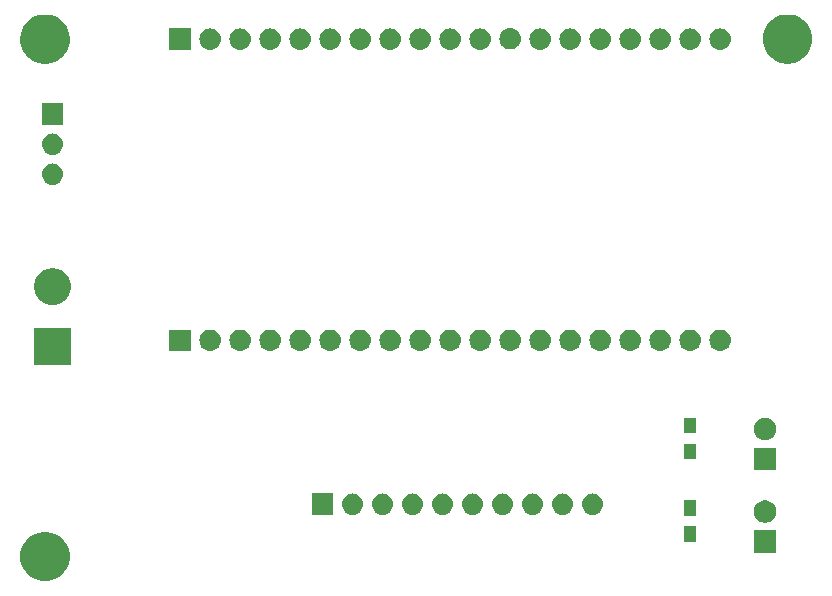
<source format=gbr>
G04 #@! TF.GenerationSoftware,KiCad,Pcbnew,(5.1.2)-2*
G04 #@! TF.CreationDate,2019-10-27T20:23:59-05:00*
G04 #@! TF.ProjectId,ESP_board,4553505f-626f-4617-9264-2e6b69636164,rev?*
G04 #@! TF.SameCoordinates,Original*
G04 #@! TF.FileFunction,Soldermask,Top*
G04 #@! TF.FilePolarity,Negative*
%FSLAX46Y46*%
G04 Gerber Fmt 4.6, Leading zero omitted, Abs format (unit mm)*
G04 Created by KiCad (PCBNEW (5.1.2)-2) date 2019-10-27 20:23:59*
%MOMM*%
%LPD*%
G04 APERTURE LIST*
%ADD10C,0.100000*%
G04 APERTURE END LIST*
D10*
G36*
X93317589Y-114837048D02*
G01*
X93696671Y-114994069D01*
X94037835Y-115222028D01*
X94327972Y-115512165D01*
X94555931Y-115853329D01*
X94712952Y-116232411D01*
X94793000Y-116634842D01*
X94793000Y-117045158D01*
X94712952Y-117447589D01*
X94555931Y-117826671D01*
X94327972Y-118167835D01*
X94037835Y-118457972D01*
X93696671Y-118685931D01*
X93317589Y-118842952D01*
X92915159Y-118923000D01*
X92504841Y-118923000D01*
X92102411Y-118842952D01*
X91723329Y-118685931D01*
X91382165Y-118457972D01*
X91092028Y-118167835D01*
X90864069Y-117826671D01*
X90707048Y-117447589D01*
X90627000Y-117045158D01*
X90627000Y-116634842D01*
X90707048Y-116232411D01*
X90864069Y-115853329D01*
X91092028Y-115512165D01*
X91382165Y-115222028D01*
X91723329Y-114994069D01*
X92102411Y-114837048D01*
X92504841Y-114757000D01*
X92915159Y-114757000D01*
X93317589Y-114837048D01*
X93317589Y-114837048D01*
G37*
G36*
X154621000Y-116521000D02*
G01*
X152719000Y-116521000D01*
X152719000Y-114619000D01*
X154621000Y-114619000D01*
X154621000Y-116521000D01*
X154621000Y-116521000D01*
G37*
G36*
X147821000Y-115586000D02*
G01*
X146819000Y-115586000D01*
X146819000Y-114284000D01*
X147821000Y-114284000D01*
X147821000Y-115586000D01*
X147821000Y-115586000D01*
G37*
G36*
X153947395Y-112115546D02*
G01*
X154120466Y-112187234D01*
X154120467Y-112187235D01*
X154276227Y-112291310D01*
X154408690Y-112423773D01*
X154408691Y-112423775D01*
X154512766Y-112579534D01*
X154584454Y-112752605D01*
X154621000Y-112936333D01*
X154621000Y-113123667D01*
X154584454Y-113307395D01*
X154512766Y-113480466D01*
X154512765Y-113480467D01*
X154408690Y-113636227D01*
X154276227Y-113768690D01*
X154197818Y-113821081D01*
X154120466Y-113872766D01*
X153947395Y-113944454D01*
X153763667Y-113981000D01*
X153576333Y-113981000D01*
X153392605Y-113944454D01*
X153219534Y-113872766D01*
X153142182Y-113821081D01*
X153063773Y-113768690D01*
X152931310Y-113636227D01*
X152827235Y-113480467D01*
X152827234Y-113480466D01*
X152755546Y-113307395D01*
X152719000Y-113123667D01*
X152719000Y-112936333D01*
X152755546Y-112752605D01*
X152827234Y-112579534D01*
X152931309Y-112423775D01*
X152931310Y-112423773D01*
X153063773Y-112291310D01*
X153219533Y-112187235D01*
X153219534Y-112187234D01*
X153392605Y-112115546D01*
X153576333Y-112079000D01*
X153763667Y-112079000D01*
X153947395Y-112115546D01*
X153947395Y-112115546D01*
G37*
G36*
X147821000Y-113386000D02*
G01*
X146819000Y-113386000D01*
X146819000Y-112084000D01*
X147821000Y-112084000D01*
X147821000Y-113386000D01*
X147821000Y-113386000D01*
G37*
G36*
X117106000Y-113296000D02*
G01*
X115304000Y-113296000D01*
X115304000Y-111494000D01*
X117106000Y-111494000D01*
X117106000Y-113296000D01*
X117106000Y-113296000D01*
G37*
G36*
X118855443Y-111500519D02*
G01*
X118921627Y-111507037D01*
X119091466Y-111558557D01*
X119247991Y-111642222D01*
X119283729Y-111671552D01*
X119385186Y-111754814D01*
X119468448Y-111856271D01*
X119497778Y-111892009D01*
X119581443Y-112048534D01*
X119632963Y-112218373D01*
X119650359Y-112395000D01*
X119632963Y-112571627D01*
X119581443Y-112741466D01*
X119497778Y-112897991D01*
X119468448Y-112933729D01*
X119385186Y-113035186D01*
X119283729Y-113118448D01*
X119247991Y-113147778D01*
X119091466Y-113231443D01*
X118921627Y-113282963D01*
X118855443Y-113289481D01*
X118789260Y-113296000D01*
X118700740Y-113296000D01*
X118634557Y-113289481D01*
X118568373Y-113282963D01*
X118398534Y-113231443D01*
X118242009Y-113147778D01*
X118206271Y-113118448D01*
X118104814Y-113035186D01*
X118021552Y-112933729D01*
X117992222Y-112897991D01*
X117908557Y-112741466D01*
X117857037Y-112571627D01*
X117839641Y-112395000D01*
X117857037Y-112218373D01*
X117908557Y-112048534D01*
X117992222Y-111892009D01*
X118021552Y-111856271D01*
X118104814Y-111754814D01*
X118206271Y-111671552D01*
X118242009Y-111642222D01*
X118398534Y-111558557D01*
X118568373Y-111507037D01*
X118634557Y-111500519D01*
X118700740Y-111494000D01*
X118789260Y-111494000D01*
X118855443Y-111500519D01*
X118855443Y-111500519D01*
G37*
G36*
X121395443Y-111500519D02*
G01*
X121461627Y-111507037D01*
X121631466Y-111558557D01*
X121787991Y-111642222D01*
X121823729Y-111671552D01*
X121925186Y-111754814D01*
X122008448Y-111856271D01*
X122037778Y-111892009D01*
X122121443Y-112048534D01*
X122172963Y-112218373D01*
X122190359Y-112395000D01*
X122172963Y-112571627D01*
X122121443Y-112741466D01*
X122037778Y-112897991D01*
X122008448Y-112933729D01*
X121925186Y-113035186D01*
X121823729Y-113118448D01*
X121787991Y-113147778D01*
X121631466Y-113231443D01*
X121461627Y-113282963D01*
X121395443Y-113289481D01*
X121329260Y-113296000D01*
X121240740Y-113296000D01*
X121174557Y-113289481D01*
X121108373Y-113282963D01*
X120938534Y-113231443D01*
X120782009Y-113147778D01*
X120746271Y-113118448D01*
X120644814Y-113035186D01*
X120561552Y-112933729D01*
X120532222Y-112897991D01*
X120448557Y-112741466D01*
X120397037Y-112571627D01*
X120379641Y-112395000D01*
X120397037Y-112218373D01*
X120448557Y-112048534D01*
X120532222Y-111892009D01*
X120561552Y-111856271D01*
X120644814Y-111754814D01*
X120746271Y-111671552D01*
X120782009Y-111642222D01*
X120938534Y-111558557D01*
X121108373Y-111507037D01*
X121174557Y-111500519D01*
X121240740Y-111494000D01*
X121329260Y-111494000D01*
X121395443Y-111500519D01*
X121395443Y-111500519D01*
G37*
G36*
X123935443Y-111500519D02*
G01*
X124001627Y-111507037D01*
X124171466Y-111558557D01*
X124327991Y-111642222D01*
X124363729Y-111671552D01*
X124465186Y-111754814D01*
X124548448Y-111856271D01*
X124577778Y-111892009D01*
X124661443Y-112048534D01*
X124712963Y-112218373D01*
X124730359Y-112395000D01*
X124712963Y-112571627D01*
X124661443Y-112741466D01*
X124577778Y-112897991D01*
X124548448Y-112933729D01*
X124465186Y-113035186D01*
X124363729Y-113118448D01*
X124327991Y-113147778D01*
X124171466Y-113231443D01*
X124001627Y-113282963D01*
X123935443Y-113289481D01*
X123869260Y-113296000D01*
X123780740Y-113296000D01*
X123714557Y-113289481D01*
X123648373Y-113282963D01*
X123478534Y-113231443D01*
X123322009Y-113147778D01*
X123286271Y-113118448D01*
X123184814Y-113035186D01*
X123101552Y-112933729D01*
X123072222Y-112897991D01*
X122988557Y-112741466D01*
X122937037Y-112571627D01*
X122919641Y-112395000D01*
X122937037Y-112218373D01*
X122988557Y-112048534D01*
X123072222Y-111892009D01*
X123101552Y-111856271D01*
X123184814Y-111754814D01*
X123286271Y-111671552D01*
X123322009Y-111642222D01*
X123478534Y-111558557D01*
X123648373Y-111507037D01*
X123714557Y-111500519D01*
X123780740Y-111494000D01*
X123869260Y-111494000D01*
X123935443Y-111500519D01*
X123935443Y-111500519D01*
G37*
G36*
X126475443Y-111500519D02*
G01*
X126541627Y-111507037D01*
X126711466Y-111558557D01*
X126867991Y-111642222D01*
X126903729Y-111671552D01*
X127005186Y-111754814D01*
X127088448Y-111856271D01*
X127117778Y-111892009D01*
X127201443Y-112048534D01*
X127252963Y-112218373D01*
X127270359Y-112395000D01*
X127252963Y-112571627D01*
X127201443Y-112741466D01*
X127117778Y-112897991D01*
X127088448Y-112933729D01*
X127005186Y-113035186D01*
X126903729Y-113118448D01*
X126867991Y-113147778D01*
X126711466Y-113231443D01*
X126541627Y-113282963D01*
X126475443Y-113289481D01*
X126409260Y-113296000D01*
X126320740Y-113296000D01*
X126254557Y-113289481D01*
X126188373Y-113282963D01*
X126018534Y-113231443D01*
X125862009Y-113147778D01*
X125826271Y-113118448D01*
X125724814Y-113035186D01*
X125641552Y-112933729D01*
X125612222Y-112897991D01*
X125528557Y-112741466D01*
X125477037Y-112571627D01*
X125459641Y-112395000D01*
X125477037Y-112218373D01*
X125528557Y-112048534D01*
X125612222Y-111892009D01*
X125641552Y-111856271D01*
X125724814Y-111754814D01*
X125826271Y-111671552D01*
X125862009Y-111642222D01*
X126018534Y-111558557D01*
X126188373Y-111507037D01*
X126254557Y-111500519D01*
X126320740Y-111494000D01*
X126409260Y-111494000D01*
X126475443Y-111500519D01*
X126475443Y-111500519D01*
G37*
G36*
X131555443Y-111500519D02*
G01*
X131621627Y-111507037D01*
X131791466Y-111558557D01*
X131947991Y-111642222D01*
X131983729Y-111671552D01*
X132085186Y-111754814D01*
X132168448Y-111856271D01*
X132197778Y-111892009D01*
X132281443Y-112048534D01*
X132332963Y-112218373D01*
X132350359Y-112395000D01*
X132332963Y-112571627D01*
X132281443Y-112741466D01*
X132197778Y-112897991D01*
X132168448Y-112933729D01*
X132085186Y-113035186D01*
X131983729Y-113118448D01*
X131947991Y-113147778D01*
X131791466Y-113231443D01*
X131621627Y-113282963D01*
X131555443Y-113289481D01*
X131489260Y-113296000D01*
X131400740Y-113296000D01*
X131334557Y-113289481D01*
X131268373Y-113282963D01*
X131098534Y-113231443D01*
X130942009Y-113147778D01*
X130906271Y-113118448D01*
X130804814Y-113035186D01*
X130721552Y-112933729D01*
X130692222Y-112897991D01*
X130608557Y-112741466D01*
X130557037Y-112571627D01*
X130539641Y-112395000D01*
X130557037Y-112218373D01*
X130608557Y-112048534D01*
X130692222Y-111892009D01*
X130721552Y-111856271D01*
X130804814Y-111754814D01*
X130906271Y-111671552D01*
X130942009Y-111642222D01*
X131098534Y-111558557D01*
X131268373Y-111507037D01*
X131334557Y-111500519D01*
X131400740Y-111494000D01*
X131489260Y-111494000D01*
X131555443Y-111500519D01*
X131555443Y-111500519D01*
G37*
G36*
X134095443Y-111500519D02*
G01*
X134161627Y-111507037D01*
X134331466Y-111558557D01*
X134487991Y-111642222D01*
X134523729Y-111671552D01*
X134625186Y-111754814D01*
X134708448Y-111856271D01*
X134737778Y-111892009D01*
X134821443Y-112048534D01*
X134872963Y-112218373D01*
X134890359Y-112395000D01*
X134872963Y-112571627D01*
X134821443Y-112741466D01*
X134737778Y-112897991D01*
X134708448Y-112933729D01*
X134625186Y-113035186D01*
X134523729Y-113118448D01*
X134487991Y-113147778D01*
X134331466Y-113231443D01*
X134161627Y-113282963D01*
X134095443Y-113289481D01*
X134029260Y-113296000D01*
X133940740Y-113296000D01*
X133874557Y-113289481D01*
X133808373Y-113282963D01*
X133638534Y-113231443D01*
X133482009Y-113147778D01*
X133446271Y-113118448D01*
X133344814Y-113035186D01*
X133261552Y-112933729D01*
X133232222Y-112897991D01*
X133148557Y-112741466D01*
X133097037Y-112571627D01*
X133079641Y-112395000D01*
X133097037Y-112218373D01*
X133148557Y-112048534D01*
X133232222Y-111892009D01*
X133261552Y-111856271D01*
X133344814Y-111754814D01*
X133446271Y-111671552D01*
X133482009Y-111642222D01*
X133638534Y-111558557D01*
X133808373Y-111507037D01*
X133874557Y-111500519D01*
X133940740Y-111494000D01*
X134029260Y-111494000D01*
X134095443Y-111500519D01*
X134095443Y-111500519D01*
G37*
G36*
X136635443Y-111500519D02*
G01*
X136701627Y-111507037D01*
X136871466Y-111558557D01*
X137027991Y-111642222D01*
X137063729Y-111671552D01*
X137165186Y-111754814D01*
X137248448Y-111856271D01*
X137277778Y-111892009D01*
X137361443Y-112048534D01*
X137412963Y-112218373D01*
X137430359Y-112395000D01*
X137412963Y-112571627D01*
X137361443Y-112741466D01*
X137277778Y-112897991D01*
X137248448Y-112933729D01*
X137165186Y-113035186D01*
X137063729Y-113118448D01*
X137027991Y-113147778D01*
X136871466Y-113231443D01*
X136701627Y-113282963D01*
X136635443Y-113289481D01*
X136569260Y-113296000D01*
X136480740Y-113296000D01*
X136414557Y-113289481D01*
X136348373Y-113282963D01*
X136178534Y-113231443D01*
X136022009Y-113147778D01*
X135986271Y-113118448D01*
X135884814Y-113035186D01*
X135801552Y-112933729D01*
X135772222Y-112897991D01*
X135688557Y-112741466D01*
X135637037Y-112571627D01*
X135619641Y-112395000D01*
X135637037Y-112218373D01*
X135688557Y-112048534D01*
X135772222Y-111892009D01*
X135801552Y-111856271D01*
X135884814Y-111754814D01*
X135986271Y-111671552D01*
X136022009Y-111642222D01*
X136178534Y-111558557D01*
X136348373Y-111507037D01*
X136414557Y-111500519D01*
X136480740Y-111494000D01*
X136569260Y-111494000D01*
X136635443Y-111500519D01*
X136635443Y-111500519D01*
G37*
G36*
X139175443Y-111500519D02*
G01*
X139241627Y-111507037D01*
X139411466Y-111558557D01*
X139567991Y-111642222D01*
X139603729Y-111671552D01*
X139705186Y-111754814D01*
X139788448Y-111856271D01*
X139817778Y-111892009D01*
X139901443Y-112048534D01*
X139952963Y-112218373D01*
X139970359Y-112395000D01*
X139952963Y-112571627D01*
X139901443Y-112741466D01*
X139817778Y-112897991D01*
X139788448Y-112933729D01*
X139705186Y-113035186D01*
X139603729Y-113118448D01*
X139567991Y-113147778D01*
X139411466Y-113231443D01*
X139241627Y-113282963D01*
X139175443Y-113289481D01*
X139109260Y-113296000D01*
X139020740Y-113296000D01*
X138954557Y-113289481D01*
X138888373Y-113282963D01*
X138718534Y-113231443D01*
X138562009Y-113147778D01*
X138526271Y-113118448D01*
X138424814Y-113035186D01*
X138341552Y-112933729D01*
X138312222Y-112897991D01*
X138228557Y-112741466D01*
X138177037Y-112571627D01*
X138159641Y-112395000D01*
X138177037Y-112218373D01*
X138228557Y-112048534D01*
X138312222Y-111892009D01*
X138341552Y-111856271D01*
X138424814Y-111754814D01*
X138526271Y-111671552D01*
X138562009Y-111642222D01*
X138718534Y-111558557D01*
X138888373Y-111507037D01*
X138954557Y-111500519D01*
X139020740Y-111494000D01*
X139109260Y-111494000D01*
X139175443Y-111500519D01*
X139175443Y-111500519D01*
G37*
G36*
X129015443Y-111500519D02*
G01*
X129081627Y-111507037D01*
X129251466Y-111558557D01*
X129407991Y-111642222D01*
X129443729Y-111671552D01*
X129545186Y-111754814D01*
X129628448Y-111856271D01*
X129657778Y-111892009D01*
X129741443Y-112048534D01*
X129792963Y-112218373D01*
X129810359Y-112395000D01*
X129792963Y-112571627D01*
X129741443Y-112741466D01*
X129657778Y-112897991D01*
X129628448Y-112933729D01*
X129545186Y-113035186D01*
X129443729Y-113118448D01*
X129407991Y-113147778D01*
X129251466Y-113231443D01*
X129081627Y-113282963D01*
X129015443Y-113289481D01*
X128949260Y-113296000D01*
X128860740Y-113296000D01*
X128794557Y-113289481D01*
X128728373Y-113282963D01*
X128558534Y-113231443D01*
X128402009Y-113147778D01*
X128366271Y-113118448D01*
X128264814Y-113035186D01*
X128181552Y-112933729D01*
X128152222Y-112897991D01*
X128068557Y-112741466D01*
X128017037Y-112571627D01*
X127999641Y-112395000D01*
X128017037Y-112218373D01*
X128068557Y-112048534D01*
X128152222Y-111892009D01*
X128181552Y-111856271D01*
X128264814Y-111754814D01*
X128366271Y-111671552D01*
X128402009Y-111642222D01*
X128558534Y-111558557D01*
X128728373Y-111507037D01*
X128794557Y-111500519D01*
X128860740Y-111494000D01*
X128949260Y-111494000D01*
X129015443Y-111500519D01*
X129015443Y-111500519D01*
G37*
G36*
X154621000Y-109536000D02*
G01*
X152719000Y-109536000D01*
X152719000Y-107634000D01*
X154621000Y-107634000D01*
X154621000Y-109536000D01*
X154621000Y-109536000D01*
G37*
G36*
X147821000Y-108601000D02*
G01*
X146819000Y-108601000D01*
X146819000Y-107299000D01*
X147821000Y-107299000D01*
X147821000Y-108601000D01*
X147821000Y-108601000D01*
G37*
G36*
X153947395Y-105130546D02*
G01*
X154120466Y-105202234D01*
X154120467Y-105202235D01*
X154276227Y-105306310D01*
X154408690Y-105438773D01*
X154408691Y-105438775D01*
X154512766Y-105594534D01*
X154584454Y-105767605D01*
X154621000Y-105951333D01*
X154621000Y-106138667D01*
X154584454Y-106322395D01*
X154512766Y-106495466D01*
X154512765Y-106495467D01*
X154408690Y-106651227D01*
X154276227Y-106783690D01*
X154197818Y-106836081D01*
X154120466Y-106887766D01*
X153947395Y-106959454D01*
X153763667Y-106996000D01*
X153576333Y-106996000D01*
X153392605Y-106959454D01*
X153219534Y-106887766D01*
X153142182Y-106836081D01*
X153063773Y-106783690D01*
X152931310Y-106651227D01*
X152827235Y-106495467D01*
X152827234Y-106495466D01*
X152755546Y-106322395D01*
X152719000Y-106138667D01*
X152719000Y-105951333D01*
X152755546Y-105767605D01*
X152827234Y-105594534D01*
X152931309Y-105438775D01*
X152931310Y-105438773D01*
X153063773Y-105306310D01*
X153219533Y-105202235D01*
X153219534Y-105202234D01*
X153392605Y-105130546D01*
X153576333Y-105094000D01*
X153763667Y-105094000D01*
X153947395Y-105130546D01*
X153947395Y-105130546D01*
G37*
G36*
X147821000Y-106401000D02*
G01*
X146819000Y-106401000D01*
X146819000Y-105099000D01*
X147821000Y-105099000D01*
X147821000Y-106401000D01*
X147821000Y-106401000D01*
G37*
G36*
X94896000Y-100611000D02*
G01*
X91794000Y-100611000D01*
X91794000Y-97509000D01*
X94896000Y-97509000D01*
X94896000Y-100611000D01*
X94896000Y-100611000D01*
G37*
G36*
X149970442Y-97625518D02*
G01*
X150036627Y-97632037D01*
X150206466Y-97683557D01*
X150362991Y-97767222D01*
X150398729Y-97796552D01*
X150500186Y-97879814D01*
X150583448Y-97981271D01*
X150612778Y-98017009D01*
X150696443Y-98173534D01*
X150747963Y-98343373D01*
X150765359Y-98520000D01*
X150747963Y-98696627D01*
X150696443Y-98866466D01*
X150612778Y-99022991D01*
X150583448Y-99058729D01*
X150500186Y-99160186D01*
X150398729Y-99243448D01*
X150362991Y-99272778D01*
X150206466Y-99356443D01*
X150036627Y-99407963D01*
X149970443Y-99414481D01*
X149904260Y-99421000D01*
X149815740Y-99421000D01*
X149749558Y-99414482D01*
X149683373Y-99407963D01*
X149513534Y-99356443D01*
X149357009Y-99272778D01*
X149321271Y-99243448D01*
X149219814Y-99160186D01*
X149136552Y-99058729D01*
X149107222Y-99022991D01*
X149023557Y-98866466D01*
X148972037Y-98696627D01*
X148954641Y-98520000D01*
X148972037Y-98343373D01*
X149023557Y-98173534D01*
X149107222Y-98017009D01*
X149136552Y-97981271D01*
X149219814Y-97879814D01*
X149321271Y-97796552D01*
X149357009Y-97767222D01*
X149513534Y-97683557D01*
X149683373Y-97632037D01*
X149749558Y-97625518D01*
X149815740Y-97619000D01*
X149904260Y-97619000D01*
X149970442Y-97625518D01*
X149970442Y-97625518D01*
G37*
G36*
X132190442Y-97625518D02*
G01*
X132256627Y-97632037D01*
X132426466Y-97683557D01*
X132582991Y-97767222D01*
X132618729Y-97796552D01*
X132720186Y-97879814D01*
X132803448Y-97981271D01*
X132832778Y-98017009D01*
X132916443Y-98173534D01*
X132967963Y-98343373D01*
X132985359Y-98520000D01*
X132967963Y-98696627D01*
X132916443Y-98866466D01*
X132832778Y-99022991D01*
X132803448Y-99058729D01*
X132720186Y-99160186D01*
X132618729Y-99243448D01*
X132582991Y-99272778D01*
X132426466Y-99356443D01*
X132256627Y-99407963D01*
X132190443Y-99414481D01*
X132124260Y-99421000D01*
X132035740Y-99421000D01*
X131969558Y-99414482D01*
X131903373Y-99407963D01*
X131733534Y-99356443D01*
X131577009Y-99272778D01*
X131541271Y-99243448D01*
X131439814Y-99160186D01*
X131356552Y-99058729D01*
X131327222Y-99022991D01*
X131243557Y-98866466D01*
X131192037Y-98696627D01*
X131174641Y-98520000D01*
X131192037Y-98343373D01*
X131243557Y-98173534D01*
X131327222Y-98017009D01*
X131356552Y-97981271D01*
X131439814Y-97879814D01*
X131541271Y-97796552D01*
X131577009Y-97767222D01*
X131733534Y-97683557D01*
X131903373Y-97632037D01*
X131969558Y-97625518D01*
X132035740Y-97619000D01*
X132124260Y-97619000D01*
X132190442Y-97625518D01*
X132190442Y-97625518D01*
G37*
G36*
X134730442Y-97625518D02*
G01*
X134796627Y-97632037D01*
X134966466Y-97683557D01*
X135122991Y-97767222D01*
X135158729Y-97796552D01*
X135260186Y-97879814D01*
X135343448Y-97981271D01*
X135372778Y-98017009D01*
X135456443Y-98173534D01*
X135507963Y-98343373D01*
X135525359Y-98520000D01*
X135507963Y-98696627D01*
X135456443Y-98866466D01*
X135372778Y-99022991D01*
X135343448Y-99058729D01*
X135260186Y-99160186D01*
X135158729Y-99243448D01*
X135122991Y-99272778D01*
X134966466Y-99356443D01*
X134796627Y-99407963D01*
X134730443Y-99414481D01*
X134664260Y-99421000D01*
X134575740Y-99421000D01*
X134509558Y-99414482D01*
X134443373Y-99407963D01*
X134273534Y-99356443D01*
X134117009Y-99272778D01*
X134081271Y-99243448D01*
X133979814Y-99160186D01*
X133896552Y-99058729D01*
X133867222Y-99022991D01*
X133783557Y-98866466D01*
X133732037Y-98696627D01*
X133714641Y-98520000D01*
X133732037Y-98343373D01*
X133783557Y-98173534D01*
X133867222Y-98017009D01*
X133896552Y-97981271D01*
X133979814Y-97879814D01*
X134081271Y-97796552D01*
X134117009Y-97767222D01*
X134273534Y-97683557D01*
X134443373Y-97632037D01*
X134509558Y-97625518D01*
X134575740Y-97619000D01*
X134664260Y-97619000D01*
X134730442Y-97625518D01*
X134730442Y-97625518D01*
G37*
G36*
X137270442Y-97625518D02*
G01*
X137336627Y-97632037D01*
X137506466Y-97683557D01*
X137662991Y-97767222D01*
X137698729Y-97796552D01*
X137800186Y-97879814D01*
X137883448Y-97981271D01*
X137912778Y-98017009D01*
X137996443Y-98173534D01*
X138047963Y-98343373D01*
X138065359Y-98520000D01*
X138047963Y-98696627D01*
X137996443Y-98866466D01*
X137912778Y-99022991D01*
X137883448Y-99058729D01*
X137800186Y-99160186D01*
X137698729Y-99243448D01*
X137662991Y-99272778D01*
X137506466Y-99356443D01*
X137336627Y-99407963D01*
X137270443Y-99414481D01*
X137204260Y-99421000D01*
X137115740Y-99421000D01*
X137049558Y-99414482D01*
X136983373Y-99407963D01*
X136813534Y-99356443D01*
X136657009Y-99272778D01*
X136621271Y-99243448D01*
X136519814Y-99160186D01*
X136436552Y-99058729D01*
X136407222Y-99022991D01*
X136323557Y-98866466D01*
X136272037Y-98696627D01*
X136254641Y-98520000D01*
X136272037Y-98343373D01*
X136323557Y-98173534D01*
X136407222Y-98017009D01*
X136436552Y-97981271D01*
X136519814Y-97879814D01*
X136621271Y-97796552D01*
X136657009Y-97767222D01*
X136813534Y-97683557D01*
X136983373Y-97632037D01*
X137049558Y-97625518D01*
X137115740Y-97619000D01*
X137204260Y-97619000D01*
X137270442Y-97625518D01*
X137270442Y-97625518D01*
G37*
G36*
X142350442Y-97625518D02*
G01*
X142416627Y-97632037D01*
X142586466Y-97683557D01*
X142742991Y-97767222D01*
X142778729Y-97796552D01*
X142880186Y-97879814D01*
X142963448Y-97981271D01*
X142992778Y-98017009D01*
X143076443Y-98173534D01*
X143127963Y-98343373D01*
X143145359Y-98520000D01*
X143127963Y-98696627D01*
X143076443Y-98866466D01*
X142992778Y-99022991D01*
X142963448Y-99058729D01*
X142880186Y-99160186D01*
X142778729Y-99243448D01*
X142742991Y-99272778D01*
X142586466Y-99356443D01*
X142416627Y-99407963D01*
X142350443Y-99414481D01*
X142284260Y-99421000D01*
X142195740Y-99421000D01*
X142129558Y-99414482D01*
X142063373Y-99407963D01*
X141893534Y-99356443D01*
X141737009Y-99272778D01*
X141701271Y-99243448D01*
X141599814Y-99160186D01*
X141516552Y-99058729D01*
X141487222Y-99022991D01*
X141403557Y-98866466D01*
X141352037Y-98696627D01*
X141334641Y-98520000D01*
X141352037Y-98343373D01*
X141403557Y-98173534D01*
X141487222Y-98017009D01*
X141516552Y-97981271D01*
X141599814Y-97879814D01*
X141701271Y-97796552D01*
X141737009Y-97767222D01*
X141893534Y-97683557D01*
X142063373Y-97632037D01*
X142129558Y-97625518D01*
X142195740Y-97619000D01*
X142284260Y-97619000D01*
X142350442Y-97625518D01*
X142350442Y-97625518D01*
G37*
G36*
X144890442Y-97625518D02*
G01*
X144956627Y-97632037D01*
X145126466Y-97683557D01*
X145282991Y-97767222D01*
X145318729Y-97796552D01*
X145420186Y-97879814D01*
X145503448Y-97981271D01*
X145532778Y-98017009D01*
X145616443Y-98173534D01*
X145667963Y-98343373D01*
X145685359Y-98520000D01*
X145667963Y-98696627D01*
X145616443Y-98866466D01*
X145532778Y-99022991D01*
X145503448Y-99058729D01*
X145420186Y-99160186D01*
X145318729Y-99243448D01*
X145282991Y-99272778D01*
X145126466Y-99356443D01*
X144956627Y-99407963D01*
X144890443Y-99414481D01*
X144824260Y-99421000D01*
X144735740Y-99421000D01*
X144669558Y-99414482D01*
X144603373Y-99407963D01*
X144433534Y-99356443D01*
X144277009Y-99272778D01*
X144241271Y-99243448D01*
X144139814Y-99160186D01*
X144056552Y-99058729D01*
X144027222Y-99022991D01*
X143943557Y-98866466D01*
X143892037Y-98696627D01*
X143874641Y-98520000D01*
X143892037Y-98343373D01*
X143943557Y-98173534D01*
X144027222Y-98017009D01*
X144056552Y-97981271D01*
X144139814Y-97879814D01*
X144241271Y-97796552D01*
X144277009Y-97767222D01*
X144433534Y-97683557D01*
X144603373Y-97632037D01*
X144669558Y-97625518D01*
X144735740Y-97619000D01*
X144824260Y-97619000D01*
X144890442Y-97625518D01*
X144890442Y-97625518D01*
G37*
G36*
X147430442Y-97625518D02*
G01*
X147496627Y-97632037D01*
X147666466Y-97683557D01*
X147822991Y-97767222D01*
X147858729Y-97796552D01*
X147960186Y-97879814D01*
X148043448Y-97981271D01*
X148072778Y-98017009D01*
X148156443Y-98173534D01*
X148207963Y-98343373D01*
X148225359Y-98520000D01*
X148207963Y-98696627D01*
X148156443Y-98866466D01*
X148072778Y-99022991D01*
X148043448Y-99058729D01*
X147960186Y-99160186D01*
X147858729Y-99243448D01*
X147822991Y-99272778D01*
X147666466Y-99356443D01*
X147496627Y-99407963D01*
X147430443Y-99414481D01*
X147364260Y-99421000D01*
X147275740Y-99421000D01*
X147209558Y-99414482D01*
X147143373Y-99407963D01*
X146973534Y-99356443D01*
X146817009Y-99272778D01*
X146781271Y-99243448D01*
X146679814Y-99160186D01*
X146596552Y-99058729D01*
X146567222Y-99022991D01*
X146483557Y-98866466D01*
X146432037Y-98696627D01*
X146414641Y-98520000D01*
X146432037Y-98343373D01*
X146483557Y-98173534D01*
X146567222Y-98017009D01*
X146596552Y-97981271D01*
X146679814Y-97879814D01*
X146781271Y-97796552D01*
X146817009Y-97767222D01*
X146973534Y-97683557D01*
X147143373Y-97632037D01*
X147209558Y-97625518D01*
X147275740Y-97619000D01*
X147364260Y-97619000D01*
X147430442Y-97625518D01*
X147430442Y-97625518D01*
G37*
G36*
X105041000Y-99421000D02*
G01*
X103239000Y-99421000D01*
X103239000Y-97619000D01*
X105041000Y-97619000D01*
X105041000Y-99421000D01*
X105041000Y-99421000D01*
G37*
G36*
X106790442Y-97625518D02*
G01*
X106856627Y-97632037D01*
X107026466Y-97683557D01*
X107182991Y-97767222D01*
X107218729Y-97796552D01*
X107320186Y-97879814D01*
X107403448Y-97981271D01*
X107432778Y-98017009D01*
X107516443Y-98173534D01*
X107567963Y-98343373D01*
X107585359Y-98520000D01*
X107567963Y-98696627D01*
X107516443Y-98866466D01*
X107432778Y-99022991D01*
X107403448Y-99058729D01*
X107320186Y-99160186D01*
X107218729Y-99243448D01*
X107182991Y-99272778D01*
X107026466Y-99356443D01*
X106856627Y-99407963D01*
X106790443Y-99414481D01*
X106724260Y-99421000D01*
X106635740Y-99421000D01*
X106569558Y-99414482D01*
X106503373Y-99407963D01*
X106333534Y-99356443D01*
X106177009Y-99272778D01*
X106141271Y-99243448D01*
X106039814Y-99160186D01*
X105956552Y-99058729D01*
X105927222Y-99022991D01*
X105843557Y-98866466D01*
X105792037Y-98696627D01*
X105774641Y-98520000D01*
X105792037Y-98343373D01*
X105843557Y-98173534D01*
X105927222Y-98017009D01*
X105956552Y-97981271D01*
X106039814Y-97879814D01*
X106141271Y-97796552D01*
X106177009Y-97767222D01*
X106333534Y-97683557D01*
X106503373Y-97632037D01*
X106569558Y-97625518D01*
X106635740Y-97619000D01*
X106724260Y-97619000D01*
X106790442Y-97625518D01*
X106790442Y-97625518D01*
G37*
G36*
X111870442Y-97625518D02*
G01*
X111936627Y-97632037D01*
X112106466Y-97683557D01*
X112262991Y-97767222D01*
X112298729Y-97796552D01*
X112400186Y-97879814D01*
X112483448Y-97981271D01*
X112512778Y-98017009D01*
X112596443Y-98173534D01*
X112647963Y-98343373D01*
X112665359Y-98520000D01*
X112647963Y-98696627D01*
X112596443Y-98866466D01*
X112512778Y-99022991D01*
X112483448Y-99058729D01*
X112400186Y-99160186D01*
X112298729Y-99243448D01*
X112262991Y-99272778D01*
X112106466Y-99356443D01*
X111936627Y-99407963D01*
X111870443Y-99414481D01*
X111804260Y-99421000D01*
X111715740Y-99421000D01*
X111649558Y-99414482D01*
X111583373Y-99407963D01*
X111413534Y-99356443D01*
X111257009Y-99272778D01*
X111221271Y-99243448D01*
X111119814Y-99160186D01*
X111036552Y-99058729D01*
X111007222Y-99022991D01*
X110923557Y-98866466D01*
X110872037Y-98696627D01*
X110854641Y-98520000D01*
X110872037Y-98343373D01*
X110923557Y-98173534D01*
X111007222Y-98017009D01*
X111036552Y-97981271D01*
X111119814Y-97879814D01*
X111221271Y-97796552D01*
X111257009Y-97767222D01*
X111413534Y-97683557D01*
X111583373Y-97632037D01*
X111649558Y-97625518D01*
X111715740Y-97619000D01*
X111804260Y-97619000D01*
X111870442Y-97625518D01*
X111870442Y-97625518D01*
G37*
G36*
X114410442Y-97625518D02*
G01*
X114476627Y-97632037D01*
X114646466Y-97683557D01*
X114802991Y-97767222D01*
X114838729Y-97796552D01*
X114940186Y-97879814D01*
X115023448Y-97981271D01*
X115052778Y-98017009D01*
X115136443Y-98173534D01*
X115187963Y-98343373D01*
X115205359Y-98520000D01*
X115187963Y-98696627D01*
X115136443Y-98866466D01*
X115052778Y-99022991D01*
X115023448Y-99058729D01*
X114940186Y-99160186D01*
X114838729Y-99243448D01*
X114802991Y-99272778D01*
X114646466Y-99356443D01*
X114476627Y-99407963D01*
X114410443Y-99414481D01*
X114344260Y-99421000D01*
X114255740Y-99421000D01*
X114189558Y-99414482D01*
X114123373Y-99407963D01*
X113953534Y-99356443D01*
X113797009Y-99272778D01*
X113761271Y-99243448D01*
X113659814Y-99160186D01*
X113576552Y-99058729D01*
X113547222Y-99022991D01*
X113463557Y-98866466D01*
X113412037Y-98696627D01*
X113394641Y-98520000D01*
X113412037Y-98343373D01*
X113463557Y-98173534D01*
X113547222Y-98017009D01*
X113576552Y-97981271D01*
X113659814Y-97879814D01*
X113761271Y-97796552D01*
X113797009Y-97767222D01*
X113953534Y-97683557D01*
X114123373Y-97632037D01*
X114189558Y-97625518D01*
X114255740Y-97619000D01*
X114344260Y-97619000D01*
X114410442Y-97625518D01*
X114410442Y-97625518D01*
G37*
G36*
X116950442Y-97625518D02*
G01*
X117016627Y-97632037D01*
X117186466Y-97683557D01*
X117342991Y-97767222D01*
X117378729Y-97796552D01*
X117480186Y-97879814D01*
X117563448Y-97981271D01*
X117592778Y-98017009D01*
X117676443Y-98173534D01*
X117727963Y-98343373D01*
X117745359Y-98520000D01*
X117727963Y-98696627D01*
X117676443Y-98866466D01*
X117592778Y-99022991D01*
X117563448Y-99058729D01*
X117480186Y-99160186D01*
X117378729Y-99243448D01*
X117342991Y-99272778D01*
X117186466Y-99356443D01*
X117016627Y-99407963D01*
X116950443Y-99414481D01*
X116884260Y-99421000D01*
X116795740Y-99421000D01*
X116729558Y-99414482D01*
X116663373Y-99407963D01*
X116493534Y-99356443D01*
X116337009Y-99272778D01*
X116301271Y-99243448D01*
X116199814Y-99160186D01*
X116116552Y-99058729D01*
X116087222Y-99022991D01*
X116003557Y-98866466D01*
X115952037Y-98696627D01*
X115934641Y-98520000D01*
X115952037Y-98343373D01*
X116003557Y-98173534D01*
X116087222Y-98017009D01*
X116116552Y-97981271D01*
X116199814Y-97879814D01*
X116301271Y-97796552D01*
X116337009Y-97767222D01*
X116493534Y-97683557D01*
X116663373Y-97632037D01*
X116729558Y-97625518D01*
X116795740Y-97619000D01*
X116884260Y-97619000D01*
X116950442Y-97625518D01*
X116950442Y-97625518D01*
G37*
G36*
X119490442Y-97625518D02*
G01*
X119556627Y-97632037D01*
X119726466Y-97683557D01*
X119882991Y-97767222D01*
X119918729Y-97796552D01*
X120020186Y-97879814D01*
X120103448Y-97981271D01*
X120132778Y-98017009D01*
X120216443Y-98173534D01*
X120267963Y-98343373D01*
X120285359Y-98520000D01*
X120267963Y-98696627D01*
X120216443Y-98866466D01*
X120132778Y-99022991D01*
X120103448Y-99058729D01*
X120020186Y-99160186D01*
X119918729Y-99243448D01*
X119882991Y-99272778D01*
X119726466Y-99356443D01*
X119556627Y-99407963D01*
X119490443Y-99414481D01*
X119424260Y-99421000D01*
X119335740Y-99421000D01*
X119269558Y-99414482D01*
X119203373Y-99407963D01*
X119033534Y-99356443D01*
X118877009Y-99272778D01*
X118841271Y-99243448D01*
X118739814Y-99160186D01*
X118656552Y-99058729D01*
X118627222Y-99022991D01*
X118543557Y-98866466D01*
X118492037Y-98696627D01*
X118474641Y-98520000D01*
X118492037Y-98343373D01*
X118543557Y-98173534D01*
X118627222Y-98017009D01*
X118656552Y-97981271D01*
X118739814Y-97879814D01*
X118841271Y-97796552D01*
X118877009Y-97767222D01*
X119033534Y-97683557D01*
X119203373Y-97632037D01*
X119269558Y-97625518D01*
X119335740Y-97619000D01*
X119424260Y-97619000D01*
X119490442Y-97625518D01*
X119490442Y-97625518D01*
G37*
G36*
X129650442Y-97625518D02*
G01*
X129716627Y-97632037D01*
X129886466Y-97683557D01*
X130042991Y-97767222D01*
X130078729Y-97796552D01*
X130180186Y-97879814D01*
X130263448Y-97981271D01*
X130292778Y-98017009D01*
X130376443Y-98173534D01*
X130427963Y-98343373D01*
X130445359Y-98520000D01*
X130427963Y-98696627D01*
X130376443Y-98866466D01*
X130292778Y-99022991D01*
X130263448Y-99058729D01*
X130180186Y-99160186D01*
X130078729Y-99243448D01*
X130042991Y-99272778D01*
X129886466Y-99356443D01*
X129716627Y-99407963D01*
X129650443Y-99414481D01*
X129584260Y-99421000D01*
X129495740Y-99421000D01*
X129429558Y-99414482D01*
X129363373Y-99407963D01*
X129193534Y-99356443D01*
X129037009Y-99272778D01*
X129001271Y-99243448D01*
X128899814Y-99160186D01*
X128816552Y-99058729D01*
X128787222Y-99022991D01*
X128703557Y-98866466D01*
X128652037Y-98696627D01*
X128634641Y-98520000D01*
X128652037Y-98343373D01*
X128703557Y-98173534D01*
X128787222Y-98017009D01*
X128816552Y-97981271D01*
X128899814Y-97879814D01*
X129001271Y-97796552D01*
X129037009Y-97767222D01*
X129193534Y-97683557D01*
X129363373Y-97632037D01*
X129429558Y-97625518D01*
X129495740Y-97619000D01*
X129584260Y-97619000D01*
X129650442Y-97625518D01*
X129650442Y-97625518D01*
G37*
G36*
X122030442Y-97625518D02*
G01*
X122096627Y-97632037D01*
X122266466Y-97683557D01*
X122422991Y-97767222D01*
X122458729Y-97796552D01*
X122560186Y-97879814D01*
X122643448Y-97981271D01*
X122672778Y-98017009D01*
X122756443Y-98173534D01*
X122807963Y-98343373D01*
X122825359Y-98520000D01*
X122807963Y-98696627D01*
X122756443Y-98866466D01*
X122672778Y-99022991D01*
X122643448Y-99058729D01*
X122560186Y-99160186D01*
X122458729Y-99243448D01*
X122422991Y-99272778D01*
X122266466Y-99356443D01*
X122096627Y-99407963D01*
X122030443Y-99414481D01*
X121964260Y-99421000D01*
X121875740Y-99421000D01*
X121809558Y-99414482D01*
X121743373Y-99407963D01*
X121573534Y-99356443D01*
X121417009Y-99272778D01*
X121381271Y-99243448D01*
X121279814Y-99160186D01*
X121196552Y-99058729D01*
X121167222Y-99022991D01*
X121083557Y-98866466D01*
X121032037Y-98696627D01*
X121014641Y-98520000D01*
X121032037Y-98343373D01*
X121083557Y-98173534D01*
X121167222Y-98017009D01*
X121196552Y-97981271D01*
X121279814Y-97879814D01*
X121381271Y-97796552D01*
X121417009Y-97767222D01*
X121573534Y-97683557D01*
X121743373Y-97632037D01*
X121809558Y-97625518D01*
X121875740Y-97619000D01*
X121964260Y-97619000D01*
X122030442Y-97625518D01*
X122030442Y-97625518D01*
G37*
G36*
X124570442Y-97625518D02*
G01*
X124636627Y-97632037D01*
X124806466Y-97683557D01*
X124962991Y-97767222D01*
X124998729Y-97796552D01*
X125100186Y-97879814D01*
X125183448Y-97981271D01*
X125212778Y-98017009D01*
X125296443Y-98173534D01*
X125347963Y-98343373D01*
X125365359Y-98520000D01*
X125347963Y-98696627D01*
X125296443Y-98866466D01*
X125212778Y-99022991D01*
X125183448Y-99058729D01*
X125100186Y-99160186D01*
X124998729Y-99243448D01*
X124962991Y-99272778D01*
X124806466Y-99356443D01*
X124636627Y-99407963D01*
X124570443Y-99414481D01*
X124504260Y-99421000D01*
X124415740Y-99421000D01*
X124349558Y-99414482D01*
X124283373Y-99407963D01*
X124113534Y-99356443D01*
X123957009Y-99272778D01*
X123921271Y-99243448D01*
X123819814Y-99160186D01*
X123736552Y-99058729D01*
X123707222Y-99022991D01*
X123623557Y-98866466D01*
X123572037Y-98696627D01*
X123554641Y-98520000D01*
X123572037Y-98343373D01*
X123623557Y-98173534D01*
X123707222Y-98017009D01*
X123736552Y-97981271D01*
X123819814Y-97879814D01*
X123921271Y-97796552D01*
X123957009Y-97767222D01*
X124113534Y-97683557D01*
X124283373Y-97632037D01*
X124349558Y-97625518D01*
X124415740Y-97619000D01*
X124504260Y-97619000D01*
X124570442Y-97625518D01*
X124570442Y-97625518D01*
G37*
G36*
X127110442Y-97625518D02*
G01*
X127176627Y-97632037D01*
X127346466Y-97683557D01*
X127502991Y-97767222D01*
X127538729Y-97796552D01*
X127640186Y-97879814D01*
X127723448Y-97981271D01*
X127752778Y-98017009D01*
X127836443Y-98173534D01*
X127887963Y-98343373D01*
X127905359Y-98520000D01*
X127887963Y-98696627D01*
X127836443Y-98866466D01*
X127752778Y-99022991D01*
X127723448Y-99058729D01*
X127640186Y-99160186D01*
X127538729Y-99243448D01*
X127502991Y-99272778D01*
X127346466Y-99356443D01*
X127176627Y-99407963D01*
X127110443Y-99414481D01*
X127044260Y-99421000D01*
X126955740Y-99421000D01*
X126889558Y-99414482D01*
X126823373Y-99407963D01*
X126653534Y-99356443D01*
X126497009Y-99272778D01*
X126461271Y-99243448D01*
X126359814Y-99160186D01*
X126276552Y-99058729D01*
X126247222Y-99022991D01*
X126163557Y-98866466D01*
X126112037Y-98696627D01*
X126094641Y-98520000D01*
X126112037Y-98343373D01*
X126163557Y-98173534D01*
X126247222Y-98017009D01*
X126276552Y-97981271D01*
X126359814Y-97879814D01*
X126461271Y-97796552D01*
X126497009Y-97767222D01*
X126653534Y-97683557D01*
X126823373Y-97632037D01*
X126889558Y-97625518D01*
X126955740Y-97619000D01*
X127044260Y-97619000D01*
X127110442Y-97625518D01*
X127110442Y-97625518D01*
G37*
G36*
X139810442Y-97625518D02*
G01*
X139876627Y-97632037D01*
X140046466Y-97683557D01*
X140202991Y-97767222D01*
X140238729Y-97796552D01*
X140340186Y-97879814D01*
X140423448Y-97981271D01*
X140452778Y-98017009D01*
X140536443Y-98173534D01*
X140587963Y-98343373D01*
X140605359Y-98520000D01*
X140587963Y-98696627D01*
X140536443Y-98866466D01*
X140452778Y-99022991D01*
X140423448Y-99058729D01*
X140340186Y-99160186D01*
X140238729Y-99243448D01*
X140202991Y-99272778D01*
X140046466Y-99356443D01*
X139876627Y-99407963D01*
X139810443Y-99414481D01*
X139744260Y-99421000D01*
X139655740Y-99421000D01*
X139589558Y-99414482D01*
X139523373Y-99407963D01*
X139353534Y-99356443D01*
X139197009Y-99272778D01*
X139161271Y-99243448D01*
X139059814Y-99160186D01*
X138976552Y-99058729D01*
X138947222Y-99022991D01*
X138863557Y-98866466D01*
X138812037Y-98696627D01*
X138794641Y-98520000D01*
X138812037Y-98343373D01*
X138863557Y-98173534D01*
X138947222Y-98017009D01*
X138976552Y-97981271D01*
X139059814Y-97879814D01*
X139161271Y-97796552D01*
X139197009Y-97767222D01*
X139353534Y-97683557D01*
X139523373Y-97632037D01*
X139589558Y-97625518D01*
X139655740Y-97619000D01*
X139744260Y-97619000D01*
X139810442Y-97625518D01*
X139810442Y-97625518D01*
G37*
G36*
X109330442Y-97625518D02*
G01*
X109396627Y-97632037D01*
X109566466Y-97683557D01*
X109722991Y-97767222D01*
X109758729Y-97796552D01*
X109860186Y-97879814D01*
X109943448Y-97981271D01*
X109972778Y-98017009D01*
X110056443Y-98173534D01*
X110107963Y-98343373D01*
X110125359Y-98520000D01*
X110107963Y-98696627D01*
X110056443Y-98866466D01*
X109972778Y-99022991D01*
X109943448Y-99058729D01*
X109860186Y-99160186D01*
X109758729Y-99243448D01*
X109722991Y-99272778D01*
X109566466Y-99356443D01*
X109396627Y-99407963D01*
X109330443Y-99414481D01*
X109264260Y-99421000D01*
X109175740Y-99421000D01*
X109109558Y-99414482D01*
X109043373Y-99407963D01*
X108873534Y-99356443D01*
X108717009Y-99272778D01*
X108681271Y-99243448D01*
X108579814Y-99160186D01*
X108496552Y-99058729D01*
X108467222Y-99022991D01*
X108383557Y-98866466D01*
X108332037Y-98696627D01*
X108314641Y-98520000D01*
X108332037Y-98343373D01*
X108383557Y-98173534D01*
X108467222Y-98017009D01*
X108496552Y-97981271D01*
X108579814Y-97879814D01*
X108681271Y-97796552D01*
X108717009Y-97767222D01*
X108873534Y-97683557D01*
X109043373Y-97632037D01*
X109109558Y-97625518D01*
X109175740Y-97619000D01*
X109264260Y-97619000D01*
X109330442Y-97625518D01*
X109330442Y-97625518D01*
G37*
G36*
X93647585Y-92458802D02*
G01*
X93797410Y-92488604D01*
X94079674Y-92605521D01*
X94333705Y-92775259D01*
X94549741Y-92991295D01*
X94719479Y-93245326D01*
X94836396Y-93527590D01*
X94896000Y-93827240D01*
X94896000Y-94132760D01*
X94836396Y-94432410D01*
X94719479Y-94714674D01*
X94549741Y-94968705D01*
X94333705Y-95184741D01*
X94079674Y-95354479D01*
X93797410Y-95471396D01*
X93647585Y-95501198D01*
X93497761Y-95531000D01*
X93192239Y-95531000D01*
X93042415Y-95501198D01*
X92892590Y-95471396D01*
X92610326Y-95354479D01*
X92356295Y-95184741D01*
X92140259Y-94968705D01*
X91970521Y-94714674D01*
X91853604Y-94432410D01*
X91794000Y-94132760D01*
X91794000Y-93827240D01*
X91853604Y-93527590D01*
X91970521Y-93245326D01*
X92140259Y-92991295D01*
X92356295Y-92775259D01*
X92610326Y-92605521D01*
X92892590Y-92488604D01*
X93042415Y-92458802D01*
X93192239Y-92429000D01*
X93497761Y-92429000D01*
X93647585Y-92458802D01*
X93647585Y-92458802D01*
G37*
G36*
X93455443Y-83560519D02*
G01*
X93521627Y-83567037D01*
X93691466Y-83618557D01*
X93847991Y-83702222D01*
X93883729Y-83731552D01*
X93985186Y-83814814D01*
X94068448Y-83916271D01*
X94097778Y-83952009D01*
X94181443Y-84108534D01*
X94232963Y-84278373D01*
X94250359Y-84455000D01*
X94232963Y-84631627D01*
X94181443Y-84801466D01*
X94097778Y-84957991D01*
X94068448Y-84993729D01*
X93985186Y-85095186D01*
X93883729Y-85178448D01*
X93847991Y-85207778D01*
X93691466Y-85291443D01*
X93521627Y-85342963D01*
X93455442Y-85349482D01*
X93389260Y-85356000D01*
X93300740Y-85356000D01*
X93234558Y-85349482D01*
X93168373Y-85342963D01*
X92998534Y-85291443D01*
X92842009Y-85207778D01*
X92806271Y-85178448D01*
X92704814Y-85095186D01*
X92621552Y-84993729D01*
X92592222Y-84957991D01*
X92508557Y-84801466D01*
X92457037Y-84631627D01*
X92439641Y-84455000D01*
X92457037Y-84278373D01*
X92508557Y-84108534D01*
X92592222Y-83952009D01*
X92621552Y-83916271D01*
X92704814Y-83814814D01*
X92806271Y-83731552D01*
X92842009Y-83702222D01*
X92998534Y-83618557D01*
X93168373Y-83567037D01*
X93234557Y-83560519D01*
X93300740Y-83554000D01*
X93389260Y-83554000D01*
X93455443Y-83560519D01*
X93455443Y-83560519D01*
G37*
G36*
X93455442Y-81020518D02*
G01*
X93521627Y-81027037D01*
X93691466Y-81078557D01*
X93847991Y-81162222D01*
X93883729Y-81191552D01*
X93985186Y-81274814D01*
X94068448Y-81376271D01*
X94097778Y-81412009D01*
X94181443Y-81568534D01*
X94232963Y-81738373D01*
X94250359Y-81915000D01*
X94232963Y-82091627D01*
X94181443Y-82261466D01*
X94097778Y-82417991D01*
X94068448Y-82453729D01*
X93985186Y-82555186D01*
X93883729Y-82638448D01*
X93847991Y-82667778D01*
X93691466Y-82751443D01*
X93521627Y-82802963D01*
X93455442Y-82809482D01*
X93389260Y-82816000D01*
X93300740Y-82816000D01*
X93234558Y-82809482D01*
X93168373Y-82802963D01*
X92998534Y-82751443D01*
X92842009Y-82667778D01*
X92806271Y-82638448D01*
X92704814Y-82555186D01*
X92621552Y-82453729D01*
X92592222Y-82417991D01*
X92508557Y-82261466D01*
X92457037Y-82091627D01*
X92439641Y-81915000D01*
X92457037Y-81738373D01*
X92508557Y-81568534D01*
X92592222Y-81412009D01*
X92621552Y-81376271D01*
X92704814Y-81274814D01*
X92806271Y-81191552D01*
X92842009Y-81162222D01*
X92998534Y-81078557D01*
X93168373Y-81027037D01*
X93234558Y-81020518D01*
X93300740Y-81014000D01*
X93389260Y-81014000D01*
X93455442Y-81020518D01*
X93455442Y-81020518D01*
G37*
G36*
X94246000Y-80276000D02*
G01*
X92444000Y-80276000D01*
X92444000Y-78474000D01*
X94246000Y-78474000D01*
X94246000Y-80276000D01*
X94246000Y-80276000D01*
G37*
G36*
X93317589Y-71022048D02*
G01*
X93696671Y-71179069D01*
X94037835Y-71407028D01*
X94327972Y-71697165D01*
X94555931Y-72038329D01*
X94689095Y-72359814D01*
X94712952Y-72417412D01*
X94759920Y-72653534D01*
X94793000Y-72819842D01*
X94793000Y-73230158D01*
X94712952Y-73632589D01*
X94555931Y-74011671D01*
X94327972Y-74352835D01*
X94037835Y-74642972D01*
X93696671Y-74870931D01*
X93317589Y-75027952D01*
X93116373Y-75067976D01*
X92915159Y-75108000D01*
X92504841Y-75108000D01*
X92303627Y-75067976D01*
X92102411Y-75027952D01*
X91723329Y-74870931D01*
X91382165Y-74642972D01*
X91092028Y-74352835D01*
X90864069Y-74011671D01*
X90707048Y-73632589D01*
X90627000Y-73230158D01*
X90627000Y-72819842D01*
X90660081Y-72653534D01*
X90707048Y-72417412D01*
X90730906Y-72359814D01*
X90864069Y-72038329D01*
X91092028Y-71697165D01*
X91382165Y-71407028D01*
X91723329Y-71179069D01*
X92102411Y-71022048D01*
X92504841Y-70942000D01*
X92915159Y-70942000D01*
X93317589Y-71022048D01*
X93317589Y-71022048D01*
G37*
G36*
X156182589Y-71022048D02*
G01*
X156561671Y-71179069D01*
X156902835Y-71407028D01*
X157192972Y-71697165D01*
X157420931Y-72038329D01*
X157554095Y-72359814D01*
X157577952Y-72417412D01*
X157624920Y-72653534D01*
X157658000Y-72819842D01*
X157658000Y-73230158D01*
X157577952Y-73632589D01*
X157420931Y-74011671D01*
X157192972Y-74352835D01*
X156902835Y-74642972D01*
X156561671Y-74870931D01*
X156182589Y-75027952D01*
X155981373Y-75067976D01*
X155780159Y-75108000D01*
X155369841Y-75108000D01*
X155168627Y-75067976D01*
X154967411Y-75027952D01*
X154588329Y-74870931D01*
X154247165Y-74642972D01*
X153957028Y-74352835D01*
X153729069Y-74011671D01*
X153572048Y-73632589D01*
X153492000Y-73230158D01*
X153492000Y-72819842D01*
X153525081Y-72653534D01*
X153572048Y-72417412D01*
X153595906Y-72359814D01*
X153729069Y-72038329D01*
X153957028Y-71697165D01*
X154247165Y-71407028D01*
X154588329Y-71179069D01*
X154967411Y-71022048D01*
X155369841Y-70942000D01*
X155780159Y-70942000D01*
X156182589Y-71022048D01*
X156182589Y-71022048D01*
G37*
G36*
X105041000Y-73926000D02*
G01*
X103239000Y-73926000D01*
X103239000Y-72124000D01*
X105041000Y-72124000D01*
X105041000Y-73926000D01*
X105041000Y-73926000D01*
G37*
G36*
X109330443Y-72130519D02*
G01*
X109396627Y-72137037D01*
X109566466Y-72188557D01*
X109722991Y-72272222D01*
X109758729Y-72301552D01*
X109860186Y-72384814D01*
X109943448Y-72486271D01*
X109972778Y-72522009D01*
X110056443Y-72678534D01*
X110107963Y-72848373D01*
X110125359Y-73025000D01*
X110107963Y-73201627D01*
X110056443Y-73371466D01*
X109972778Y-73527991D01*
X109943448Y-73563729D01*
X109860186Y-73665186D01*
X109758729Y-73748448D01*
X109722991Y-73777778D01*
X109566466Y-73861443D01*
X109396627Y-73912963D01*
X109330443Y-73919481D01*
X109264260Y-73926000D01*
X109175740Y-73926000D01*
X109109557Y-73919481D01*
X109043373Y-73912963D01*
X108873534Y-73861443D01*
X108717009Y-73777778D01*
X108681271Y-73748448D01*
X108579814Y-73665186D01*
X108496552Y-73563729D01*
X108467222Y-73527991D01*
X108383557Y-73371466D01*
X108332037Y-73201627D01*
X108314641Y-73025000D01*
X108332037Y-72848373D01*
X108383557Y-72678534D01*
X108467222Y-72522009D01*
X108496552Y-72486271D01*
X108579814Y-72384814D01*
X108681271Y-72301552D01*
X108717009Y-72272222D01*
X108873534Y-72188557D01*
X109043373Y-72137037D01*
X109109557Y-72130519D01*
X109175740Y-72124000D01*
X109264260Y-72124000D01*
X109330443Y-72130519D01*
X109330443Y-72130519D01*
G37*
G36*
X106790443Y-72130519D02*
G01*
X106856627Y-72137037D01*
X107026466Y-72188557D01*
X107182991Y-72272222D01*
X107218729Y-72301552D01*
X107320186Y-72384814D01*
X107403448Y-72486271D01*
X107432778Y-72522009D01*
X107516443Y-72678534D01*
X107567963Y-72848373D01*
X107585359Y-73025000D01*
X107567963Y-73201627D01*
X107516443Y-73371466D01*
X107432778Y-73527991D01*
X107403448Y-73563729D01*
X107320186Y-73665186D01*
X107218729Y-73748448D01*
X107182991Y-73777778D01*
X107026466Y-73861443D01*
X106856627Y-73912963D01*
X106790443Y-73919481D01*
X106724260Y-73926000D01*
X106635740Y-73926000D01*
X106569557Y-73919481D01*
X106503373Y-73912963D01*
X106333534Y-73861443D01*
X106177009Y-73777778D01*
X106141271Y-73748448D01*
X106039814Y-73665186D01*
X105956552Y-73563729D01*
X105927222Y-73527991D01*
X105843557Y-73371466D01*
X105792037Y-73201627D01*
X105774641Y-73025000D01*
X105792037Y-72848373D01*
X105843557Y-72678534D01*
X105927222Y-72522009D01*
X105956552Y-72486271D01*
X106039814Y-72384814D01*
X106141271Y-72301552D01*
X106177009Y-72272222D01*
X106333534Y-72188557D01*
X106503373Y-72137037D01*
X106569557Y-72130519D01*
X106635740Y-72124000D01*
X106724260Y-72124000D01*
X106790443Y-72130519D01*
X106790443Y-72130519D01*
G37*
G36*
X149970443Y-72130519D02*
G01*
X150036627Y-72137037D01*
X150206466Y-72188557D01*
X150362991Y-72272222D01*
X150398729Y-72301552D01*
X150500186Y-72384814D01*
X150583448Y-72486271D01*
X150612778Y-72522009D01*
X150696443Y-72678534D01*
X150747963Y-72848373D01*
X150765359Y-73025000D01*
X150747963Y-73201627D01*
X150696443Y-73371466D01*
X150612778Y-73527991D01*
X150583448Y-73563729D01*
X150500186Y-73665186D01*
X150398729Y-73748448D01*
X150362991Y-73777778D01*
X150206466Y-73861443D01*
X150036627Y-73912963D01*
X149970443Y-73919481D01*
X149904260Y-73926000D01*
X149815740Y-73926000D01*
X149749557Y-73919481D01*
X149683373Y-73912963D01*
X149513534Y-73861443D01*
X149357009Y-73777778D01*
X149321271Y-73748448D01*
X149219814Y-73665186D01*
X149136552Y-73563729D01*
X149107222Y-73527991D01*
X149023557Y-73371466D01*
X148972037Y-73201627D01*
X148954641Y-73025000D01*
X148972037Y-72848373D01*
X149023557Y-72678534D01*
X149107222Y-72522009D01*
X149136552Y-72486271D01*
X149219814Y-72384814D01*
X149321271Y-72301552D01*
X149357009Y-72272222D01*
X149513534Y-72188557D01*
X149683373Y-72137037D01*
X149749557Y-72130519D01*
X149815740Y-72124000D01*
X149904260Y-72124000D01*
X149970443Y-72130519D01*
X149970443Y-72130519D01*
G37*
G36*
X147430443Y-72130519D02*
G01*
X147496627Y-72137037D01*
X147666466Y-72188557D01*
X147822991Y-72272222D01*
X147858729Y-72301552D01*
X147960186Y-72384814D01*
X148043448Y-72486271D01*
X148072778Y-72522009D01*
X148156443Y-72678534D01*
X148207963Y-72848373D01*
X148225359Y-73025000D01*
X148207963Y-73201627D01*
X148156443Y-73371466D01*
X148072778Y-73527991D01*
X148043448Y-73563729D01*
X147960186Y-73665186D01*
X147858729Y-73748448D01*
X147822991Y-73777778D01*
X147666466Y-73861443D01*
X147496627Y-73912963D01*
X147430443Y-73919481D01*
X147364260Y-73926000D01*
X147275740Y-73926000D01*
X147209557Y-73919481D01*
X147143373Y-73912963D01*
X146973534Y-73861443D01*
X146817009Y-73777778D01*
X146781271Y-73748448D01*
X146679814Y-73665186D01*
X146596552Y-73563729D01*
X146567222Y-73527991D01*
X146483557Y-73371466D01*
X146432037Y-73201627D01*
X146414641Y-73025000D01*
X146432037Y-72848373D01*
X146483557Y-72678534D01*
X146567222Y-72522009D01*
X146596552Y-72486271D01*
X146679814Y-72384814D01*
X146781271Y-72301552D01*
X146817009Y-72272222D01*
X146973534Y-72188557D01*
X147143373Y-72137037D01*
X147209557Y-72130519D01*
X147275740Y-72124000D01*
X147364260Y-72124000D01*
X147430443Y-72130519D01*
X147430443Y-72130519D01*
G37*
G36*
X144890443Y-72130519D02*
G01*
X144956627Y-72137037D01*
X145126466Y-72188557D01*
X145282991Y-72272222D01*
X145318729Y-72301552D01*
X145420186Y-72384814D01*
X145503448Y-72486271D01*
X145532778Y-72522009D01*
X145616443Y-72678534D01*
X145667963Y-72848373D01*
X145685359Y-73025000D01*
X145667963Y-73201627D01*
X145616443Y-73371466D01*
X145532778Y-73527991D01*
X145503448Y-73563729D01*
X145420186Y-73665186D01*
X145318729Y-73748448D01*
X145282991Y-73777778D01*
X145126466Y-73861443D01*
X144956627Y-73912963D01*
X144890443Y-73919481D01*
X144824260Y-73926000D01*
X144735740Y-73926000D01*
X144669557Y-73919481D01*
X144603373Y-73912963D01*
X144433534Y-73861443D01*
X144277009Y-73777778D01*
X144241271Y-73748448D01*
X144139814Y-73665186D01*
X144056552Y-73563729D01*
X144027222Y-73527991D01*
X143943557Y-73371466D01*
X143892037Y-73201627D01*
X143874641Y-73025000D01*
X143892037Y-72848373D01*
X143943557Y-72678534D01*
X144027222Y-72522009D01*
X144056552Y-72486271D01*
X144139814Y-72384814D01*
X144241271Y-72301552D01*
X144277009Y-72272222D01*
X144433534Y-72188557D01*
X144603373Y-72137037D01*
X144669557Y-72130519D01*
X144735740Y-72124000D01*
X144824260Y-72124000D01*
X144890443Y-72130519D01*
X144890443Y-72130519D01*
G37*
G36*
X142350443Y-72130519D02*
G01*
X142416627Y-72137037D01*
X142586466Y-72188557D01*
X142742991Y-72272222D01*
X142778729Y-72301552D01*
X142880186Y-72384814D01*
X142963448Y-72486271D01*
X142992778Y-72522009D01*
X143076443Y-72678534D01*
X143127963Y-72848373D01*
X143145359Y-73025000D01*
X143127963Y-73201627D01*
X143076443Y-73371466D01*
X142992778Y-73527991D01*
X142963448Y-73563729D01*
X142880186Y-73665186D01*
X142778729Y-73748448D01*
X142742991Y-73777778D01*
X142586466Y-73861443D01*
X142416627Y-73912963D01*
X142350443Y-73919481D01*
X142284260Y-73926000D01*
X142195740Y-73926000D01*
X142129557Y-73919481D01*
X142063373Y-73912963D01*
X141893534Y-73861443D01*
X141737009Y-73777778D01*
X141701271Y-73748448D01*
X141599814Y-73665186D01*
X141516552Y-73563729D01*
X141487222Y-73527991D01*
X141403557Y-73371466D01*
X141352037Y-73201627D01*
X141334641Y-73025000D01*
X141352037Y-72848373D01*
X141403557Y-72678534D01*
X141487222Y-72522009D01*
X141516552Y-72486271D01*
X141599814Y-72384814D01*
X141701271Y-72301552D01*
X141737009Y-72272222D01*
X141893534Y-72188557D01*
X142063373Y-72137037D01*
X142129557Y-72130519D01*
X142195740Y-72124000D01*
X142284260Y-72124000D01*
X142350443Y-72130519D01*
X142350443Y-72130519D01*
G37*
G36*
X139810443Y-72130519D02*
G01*
X139876627Y-72137037D01*
X140046466Y-72188557D01*
X140202991Y-72272222D01*
X140238729Y-72301552D01*
X140340186Y-72384814D01*
X140423448Y-72486271D01*
X140452778Y-72522009D01*
X140536443Y-72678534D01*
X140587963Y-72848373D01*
X140605359Y-73025000D01*
X140587963Y-73201627D01*
X140536443Y-73371466D01*
X140452778Y-73527991D01*
X140423448Y-73563729D01*
X140340186Y-73665186D01*
X140238729Y-73748448D01*
X140202991Y-73777778D01*
X140046466Y-73861443D01*
X139876627Y-73912963D01*
X139810443Y-73919481D01*
X139744260Y-73926000D01*
X139655740Y-73926000D01*
X139589557Y-73919481D01*
X139523373Y-73912963D01*
X139353534Y-73861443D01*
X139197009Y-73777778D01*
X139161271Y-73748448D01*
X139059814Y-73665186D01*
X138976552Y-73563729D01*
X138947222Y-73527991D01*
X138863557Y-73371466D01*
X138812037Y-73201627D01*
X138794641Y-73025000D01*
X138812037Y-72848373D01*
X138863557Y-72678534D01*
X138947222Y-72522009D01*
X138976552Y-72486271D01*
X139059814Y-72384814D01*
X139161271Y-72301552D01*
X139197009Y-72272222D01*
X139353534Y-72188557D01*
X139523373Y-72137037D01*
X139589557Y-72130519D01*
X139655740Y-72124000D01*
X139744260Y-72124000D01*
X139810443Y-72130519D01*
X139810443Y-72130519D01*
G37*
G36*
X137270443Y-72130519D02*
G01*
X137336627Y-72137037D01*
X137506466Y-72188557D01*
X137662991Y-72272222D01*
X137698729Y-72301552D01*
X137800186Y-72384814D01*
X137883448Y-72486271D01*
X137912778Y-72522009D01*
X137996443Y-72678534D01*
X138047963Y-72848373D01*
X138065359Y-73025000D01*
X138047963Y-73201627D01*
X137996443Y-73371466D01*
X137912778Y-73527991D01*
X137883448Y-73563729D01*
X137800186Y-73665186D01*
X137698729Y-73748448D01*
X137662991Y-73777778D01*
X137506466Y-73861443D01*
X137336627Y-73912963D01*
X137270443Y-73919481D01*
X137204260Y-73926000D01*
X137115740Y-73926000D01*
X137049557Y-73919481D01*
X136983373Y-73912963D01*
X136813534Y-73861443D01*
X136657009Y-73777778D01*
X136621271Y-73748448D01*
X136519814Y-73665186D01*
X136436552Y-73563729D01*
X136407222Y-73527991D01*
X136323557Y-73371466D01*
X136272037Y-73201627D01*
X136254641Y-73025000D01*
X136272037Y-72848373D01*
X136323557Y-72678534D01*
X136407222Y-72522009D01*
X136436552Y-72486271D01*
X136519814Y-72384814D01*
X136621271Y-72301552D01*
X136657009Y-72272222D01*
X136813534Y-72188557D01*
X136983373Y-72137037D01*
X137049557Y-72130519D01*
X137115740Y-72124000D01*
X137204260Y-72124000D01*
X137270443Y-72130519D01*
X137270443Y-72130519D01*
G37*
G36*
X134730443Y-72130519D02*
G01*
X134796627Y-72137037D01*
X134966466Y-72188557D01*
X135122991Y-72272222D01*
X135158729Y-72301552D01*
X135260186Y-72384814D01*
X135343448Y-72486271D01*
X135372778Y-72522009D01*
X135456443Y-72678534D01*
X135507963Y-72848373D01*
X135525359Y-73025000D01*
X135507963Y-73201627D01*
X135456443Y-73371466D01*
X135372778Y-73527991D01*
X135343448Y-73563729D01*
X135260186Y-73665186D01*
X135158729Y-73748448D01*
X135122991Y-73777778D01*
X134966466Y-73861443D01*
X134796627Y-73912963D01*
X134730443Y-73919481D01*
X134664260Y-73926000D01*
X134575740Y-73926000D01*
X134509557Y-73919481D01*
X134443373Y-73912963D01*
X134273534Y-73861443D01*
X134117009Y-73777778D01*
X134081271Y-73748448D01*
X133979814Y-73665186D01*
X133896552Y-73563729D01*
X133867222Y-73527991D01*
X133783557Y-73371466D01*
X133732037Y-73201627D01*
X133714641Y-73025000D01*
X133732037Y-72848373D01*
X133783557Y-72678534D01*
X133867222Y-72522009D01*
X133896552Y-72486271D01*
X133979814Y-72384814D01*
X134081271Y-72301552D01*
X134117009Y-72272222D01*
X134273534Y-72188557D01*
X134443373Y-72137037D01*
X134509557Y-72130519D01*
X134575740Y-72124000D01*
X134664260Y-72124000D01*
X134730443Y-72130519D01*
X134730443Y-72130519D01*
G37*
G36*
X129650443Y-72130519D02*
G01*
X129716627Y-72137037D01*
X129886466Y-72188557D01*
X130042991Y-72272222D01*
X130078729Y-72301552D01*
X130180186Y-72384814D01*
X130263448Y-72486271D01*
X130292778Y-72522009D01*
X130376443Y-72678534D01*
X130427963Y-72848373D01*
X130445359Y-73025000D01*
X130427963Y-73201627D01*
X130376443Y-73371466D01*
X130292778Y-73527991D01*
X130263448Y-73563729D01*
X130180186Y-73665186D01*
X130078729Y-73748448D01*
X130042991Y-73777778D01*
X129886466Y-73861443D01*
X129716627Y-73912963D01*
X129650443Y-73919481D01*
X129584260Y-73926000D01*
X129495740Y-73926000D01*
X129429557Y-73919481D01*
X129363373Y-73912963D01*
X129193534Y-73861443D01*
X129037009Y-73777778D01*
X129001271Y-73748448D01*
X128899814Y-73665186D01*
X128816552Y-73563729D01*
X128787222Y-73527991D01*
X128703557Y-73371466D01*
X128652037Y-73201627D01*
X128634641Y-73025000D01*
X128652037Y-72848373D01*
X128703557Y-72678534D01*
X128787222Y-72522009D01*
X128816552Y-72486271D01*
X128899814Y-72384814D01*
X129001271Y-72301552D01*
X129037009Y-72272222D01*
X129193534Y-72188557D01*
X129363373Y-72137037D01*
X129429557Y-72130519D01*
X129495740Y-72124000D01*
X129584260Y-72124000D01*
X129650443Y-72130519D01*
X129650443Y-72130519D01*
G37*
G36*
X127110443Y-72130519D02*
G01*
X127176627Y-72137037D01*
X127346466Y-72188557D01*
X127502991Y-72272222D01*
X127538729Y-72301552D01*
X127640186Y-72384814D01*
X127723448Y-72486271D01*
X127752778Y-72522009D01*
X127836443Y-72678534D01*
X127887963Y-72848373D01*
X127905359Y-73025000D01*
X127887963Y-73201627D01*
X127836443Y-73371466D01*
X127752778Y-73527991D01*
X127723448Y-73563729D01*
X127640186Y-73665186D01*
X127538729Y-73748448D01*
X127502991Y-73777778D01*
X127346466Y-73861443D01*
X127176627Y-73912963D01*
X127110443Y-73919481D01*
X127044260Y-73926000D01*
X126955740Y-73926000D01*
X126889557Y-73919481D01*
X126823373Y-73912963D01*
X126653534Y-73861443D01*
X126497009Y-73777778D01*
X126461271Y-73748448D01*
X126359814Y-73665186D01*
X126276552Y-73563729D01*
X126247222Y-73527991D01*
X126163557Y-73371466D01*
X126112037Y-73201627D01*
X126094641Y-73025000D01*
X126112037Y-72848373D01*
X126163557Y-72678534D01*
X126247222Y-72522009D01*
X126276552Y-72486271D01*
X126359814Y-72384814D01*
X126461271Y-72301552D01*
X126497009Y-72272222D01*
X126653534Y-72188557D01*
X126823373Y-72137037D01*
X126889557Y-72130519D01*
X126955740Y-72124000D01*
X127044260Y-72124000D01*
X127110443Y-72130519D01*
X127110443Y-72130519D01*
G37*
G36*
X124570443Y-72130519D02*
G01*
X124636627Y-72137037D01*
X124806466Y-72188557D01*
X124962991Y-72272222D01*
X124998729Y-72301552D01*
X125100186Y-72384814D01*
X125183448Y-72486271D01*
X125212778Y-72522009D01*
X125296443Y-72678534D01*
X125347963Y-72848373D01*
X125365359Y-73025000D01*
X125347963Y-73201627D01*
X125296443Y-73371466D01*
X125212778Y-73527991D01*
X125183448Y-73563729D01*
X125100186Y-73665186D01*
X124998729Y-73748448D01*
X124962991Y-73777778D01*
X124806466Y-73861443D01*
X124636627Y-73912963D01*
X124570443Y-73919481D01*
X124504260Y-73926000D01*
X124415740Y-73926000D01*
X124349557Y-73919481D01*
X124283373Y-73912963D01*
X124113534Y-73861443D01*
X123957009Y-73777778D01*
X123921271Y-73748448D01*
X123819814Y-73665186D01*
X123736552Y-73563729D01*
X123707222Y-73527991D01*
X123623557Y-73371466D01*
X123572037Y-73201627D01*
X123554641Y-73025000D01*
X123572037Y-72848373D01*
X123623557Y-72678534D01*
X123707222Y-72522009D01*
X123736552Y-72486271D01*
X123819814Y-72384814D01*
X123921271Y-72301552D01*
X123957009Y-72272222D01*
X124113534Y-72188557D01*
X124283373Y-72137037D01*
X124349557Y-72130519D01*
X124415740Y-72124000D01*
X124504260Y-72124000D01*
X124570443Y-72130519D01*
X124570443Y-72130519D01*
G37*
G36*
X122030443Y-72130519D02*
G01*
X122096627Y-72137037D01*
X122266466Y-72188557D01*
X122422991Y-72272222D01*
X122458729Y-72301552D01*
X122560186Y-72384814D01*
X122643448Y-72486271D01*
X122672778Y-72522009D01*
X122756443Y-72678534D01*
X122807963Y-72848373D01*
X122825359Y-73025000D01*
X122807963Y-73201627D01*
X122756443Y-73371466D01*
X122672778Y-73527991D01*
X122643448Y-73563729D01*
X122560186Y-73665186D01*
X122458729Y-73748448D01*
X122422991Y-73777778D01*
X122266466Y-73861443D01*
X122096627Y-73912963D01*
X122030443Y-73919481D01*
X121964260Y-73926000D01*
X121875740Y-73926000D01*
X121809557Y-73919481D01*
X121743373Y-73912963D01*
X121573534Y-73861443D01*
X121417009Y-73777778D01*
X121381271Y-73748448D01*
X121279814Y-73665186D01*
X121196552Y-73563729D01*
X121167222Y-73527991D01*
X121083557Y-73371466D01*
X121032037Y-73201627D01*
X121014641Y-73025000D01*
X121032037Y-72848373D01*
X121083557Y-72678534D01*
X121167222Y-72522009D01*
X121196552Y-72486271D01*
X121279814Y-72384814D01*
X121381271Y-72301552D01*
X121417009Y-72272222D01*
X121573534Y-72188557D01*
X121743373Y-72137037D01*
X121809557Y-72130519D01*
X121875740Y-72124000D01*
X121964260Y-72124000D01*
X122030443Y-72130519D01*
X122030443Y-72130519D01*
G37*
G36*
X119490443Y-72130519D02*
G01*
X119556627Y-72137037D01*
X119726466Y-72188557D01*
X119882991Y-72272222D01*
X119918729Y-72301552D01*
X120020186Y-72384814D01*
X120103448Y-72486271D01*
X120132778Y-72522009D01*
X120216443Y-72678534D01*
X120267963Y-72848373D01*
X120285359Y-73025000D01*
X120267963Y-73201627D01*
X120216443Y-73371466D01*
X120132778Y-73527991D01*
X120103448Y-73563729D01*
X120020186Y-73665186D01*
X119918729Y-73748448D01*
X119882991Y-73777778D01*
X119726466Y-73861443D01*
X119556627Y-73912963D01*
X119490443Y-73919481D01*
X119424260Y-73926000D01*
X119335740Y-73926000D01*
X119269557Y-73919481D01*
X119203373Y-73912963D01*
X119033534Y-73861443D01*
X118877009Y-73777778D01*
X118841271Y-73748448D01*
X118739814Y-73665186D01*
X118656552Y-73563729D01*
X118627222Y-73527991D01*
X118543557Y-73371466D01*
X118492037Y-73201627D01*
X118474641Y-73025000D01*
X118492037Y-72848373D01*
X118543557Y-72678534D01*
X118627222Y-72522009D01*
X118656552Y-72486271D01*
X118739814Y-72384814D01*
X118841271Y-72301552D01*
X118877009Y-72272222D01*
X119033534Y-72188557D01*
X119203373Y-72137037D01*
X119269557Y-72130519D01*
X119335740Y-72124000D01*
X119424260Y-72124000D01*
X119490443Y-72130519D01*
X119490443Y-72130519D01*
G37*
G36*
X116950443Y-72130519D02*
G01*
X117016627Y-72137037D01*
X117186466Y-72188557D01*
X117342991Y-72272222D01*
X117378729Y-72301552D01*
X117480186Y-72384814D01*
X117563448Y-72486271D01*
X117592778Y-72522009D01*
X117676443Y-72678534D01*
X117727963Y-72848373D01*
X117745359Y-73025000D01*
X117727963Y-73201627D01*
X117676443Y-73371466D01*
X117592778Y-73527991D01*
X117563448Y-73563729D01*
X117480186Y-73665186D01*
X117378729Y-73748448D01*
X117342991Y-73777778D01*
X117186466Y-73861443D01*
X117016627Y-73912963D01*
X116950443Y-73919481D01*
X116884260Y-73926000D01*
X116795740Y-73926000D01*
X116729557Y-73919481D01*
X116663373Y-73912963D01*
X116493534Y-73861443D01*
X116337009Y-73777778D01*
X116301271Y-73748448D01*
X116199814Y-73665186D01*
X116116552Y-73563729D01*
X116087222Y-73527991D01*
X116003557Y-73371466D01*
X115952037Y-73201627D01*
X115934641Y-73025000D01*
X115952037Y-72848373D01*
X116003557Y-72678534D01*
X116087222Y-72522009D01*
X116116552Y-72486271D01*
X116199814Y-72384814D01*
X116301271Y-72301552D01*
X116337009Y-72272222D01*
X116493534Y-72188557D01*
X116663373Y-72137037D01*
X116729557Y-72130519D01*
X116795740Y-72124000D01*
X116884260Y-72124000D01*
X116950443Y-72130519D01*
X116950443Y-72130519D01*
G37*
G36*
X114410443Y-72130519D02*
G01*
X114476627Y-72137037D01*
X114646466Y-72188557D01*
X114802991Y-72272222D01*
X114838729Y-72301552D01*
X114940186Y-72384814D01*
X115023448Y-72486271D01*
X115052778Y-72522009D01*
X115136443Y-72678534D01*
X115187963Y-72848373D01*
X115205359Y-73025000D01*
X115187963Y-73201627D01*
X115136443Y-73371466D01*
X115052778Y-73527991D01*
X115023448Y-73563729D01*
X114940186Y-73665186D01*
X114838729Y-73748448D01*
X114802991Y-73777778D01*
X114646466Y-73861443D01*
X114476627Y-73912963D01*
X114410443Y-73919481D01*
X114344260Y-73926000D01*
X114255740Y-73926000D01*
X114189557Y-73919481D01*
X114123373Y-73912963D01*
X113953534Y-73861443D01*
X113797009Y-73777778D01*
X113761271Y-73748448D01*
X113659814Y-73665186D01*
X113576552Y-73563729D01*
X113547222Y-73527991D01*
X113463557Y-73371466D01*
X113412037Y-73201627D01*
X113394641Y-73025000D01*
X113412037Y-72848373D01*
X113463557Y-72678534D01*
X113547222Y-72522009D01*
X113576552Y-72486271D01*
X113659814Y-72384814D01*
X113761271Y-72301552D01*
X113797009Y-72272222D01*
X113953534Y-72188557D01*
X114123373Y-72137037D01*
X114189557Y-72130519D01*
X114255740Y-72124000D01*
X114344260Y-72124000D01*
X114410443Y-72130519D01*
X114410443Y-72130519D01*
G37*
G36*
X111870443Y-72130519D02*
G01*
X111936627Y-72137037D01*
X112106466Y-72188557D01*
X112262991Y-72272222D01*
X112298729Y-72301552D01*
X112400186Y-72384814D01*
X112483448Y-72486271D01*
X112512778Y-72522009D01*
X112596443Y-72678534D01*
X112647963Y-72848373D01*
X112665359Y-73025000D01*
X112647963Y-73201627D01*
X112596443Y-73371466D01*
X112512778Y-73527991D01*
X112483448Y-73563729D01*
X112400186Y-73665186D01*
X112298729Y-73748448D01*
X112262991Y-73777778D01*
X112106466Y-73861443D01*
X111936627Y-73912963D01*
X111870443Y-73919481D01*
X111804260Y-73926000D01*
X111715740Y-73926000D01*
X111649557Y-73919481D01*
X111583373Y-73912963D01*
X111413534Y-73861443D01*
X111257009Y-73777778D01*
X111221271Y-73748448D01*
X111119814Y-73665186D01*
X111036552Y-73563729D01*
X111007222Y-73527991D01*
X110923557Y-73371466D01*
X110872037Y-73201627D01*
X110854641Y-73025000D01*
X110872037Y-72848373D01*
X110923557Y-72678534D01*
X111007222Y-72522009D01*
X111036552Y-72486271D01*
X111119814Y-72384814D01*
X111221271Y-72301552D01*
X111257009Y-72272222D01*
X111413534Y-72188557D01*
X111583373Y-72137037D01*
X111649557Y-72130519D01*
X111715740Y-72124000D01*
X111804260Y-72124000D01*
X111870443Y-72130519D01*
X111870443Y-72130519D01*
G37*
G36*
X132190442Y-72105518D02*
G01*
X132256627Y-72112037D01*
X132426466Y-72163557D01*
X132582991Y-72247222D01*
X132613452Y-72272221D01*
X132720186Y-72359814D01*
X132803448Y-72461271D01*
X132832778Y-72497009D01*
X132916443Y-72653534D01*
X132967963Y-72823373D01*
X132985359Y-73000000D01*
X132967963Y-73176627D01*
X132916443Y-73346466D01*
X132832778Y-73502991D01*
X132812261Y-73527991D01*
X132720186Y-73640186D01*
X132618729Y-73723448D01*
X132582991Y-73752778D01*
X132426466Y-73836443D01*
X132256627Y-73887963D01*
X132190443Y-73894481D01*
X132124260Y-73901000D01*
X132035740Y-73901000D01*
X131969557Y-73894481D01*
X131903373Y-73887963D01*
X131733534Y-73836443D01*
X131577009Y-73752778D01*
X131541271Y-73723448D01*
X131439814Y-73640186D01*
X131347739Y-73527991D01*
X131327222Y-73502991D01*
X131243557Y-73346466D01*
X131192037Y-73176627D01*
X131174641Y-73000000D01*
X131192037Y-72823373D01*
X131243557Y-72653534D01*
X131327222Y-72497009D01*
X131356552Y-72461271D01*
X131439814Y-72359814D01*
X131546548Y-72272221D01*
X131577009Y-72247222D01*
X131733534Y-72163557D01*
X131903373Y-72112037D01*
X131969558Y-72105518D01*
X132035740Y-72099000D01*
X132124260Y-72099000D01*
X132190442Y-72105518D01*
X132190442Y-72105518D01*
G37*
M02*

</source>
